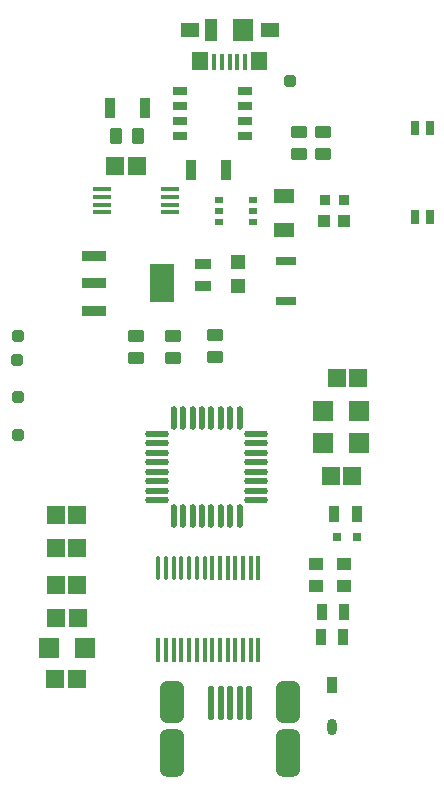
<source format=gtp>
G04*
G04 #@! TF.GenerationSoftware,Altium Limited,Altium Designer,19.0.15 (446)*
G04*
G04 Layer_Color=8421504*
%FSLAX44Y44*%
%MOMM*%
G71*
G01*
G75*
%ADD19R,1.3000X0.7000*%
%ADD20R,0.8001X0.5105*%
G04:AMPARAMS|DCode=21|XSize=1.016mm|YSize=1.016mm|CornerRadius=0.254mm|HoleSize=0mm|Usage=FLASHONLY|Rotation=90.000|XOffset=0mm|YOffset=0mm|HoleType=Round|Shape=RoundedRectangle|*
%AMROUNDEDRECTD21*
21,1,1.0160,0.5080,0,0,90.0*
21,1,0.5080,1.0160,0,0,90.0*
1,1,0.5080,0.2540,0.2540*
1,1,0.5080,0.2540,-0.2540*
1,1,0.5080,-0.2540,-0.2540*
1,1,0.5080,-0.2540,0.2540*
%
%ADD21ROUNDEDRECTD21*%
G04:AMPARAMS|DCode=22|XSize=1.56mm|YSize=0.4mm|CornerRadius=0.05mm|HoleSize=0mm|Usage=FLASHONLY|Rotation=0.000|XOffset=0mm|YOffset=0mm|HoleType=Round|Shape=RoundedRectangle|*
%AMROUNDEDRECTD22*
21,1,1.5600,0.3000,0,0,0.0*
21,1,1.4600,0.4000,0,0,0.0*
1,1,0.1000,0.7300,-0.1500*
1,1,0.1000,-0.7300,-0.1500*
1,1,0.1000,-0.7300,0.1500*
1,1,0.1000,0.7300,0.1500*
%
%ADD22ROUNDEDRECTD22*%
%ADD23R,0.9700X1.7300*%
%ADD24R,1.1000X1.0000*%
%ADD25R,0.8100X0.9300*%
G04:AMPARAMS|DCode=26|XSize=1mm|YSize=1.42mm|CornerRadius=0.125mm|HoleSize=0mm|Usage=FLASHONLY|Rotation=90.000|XOffset=0mm|YOffset=0mm|HoleType=Round|Shape=RoundedRectangle|*
%AMROUNDEDRECTD26*
21,1,1.0000,1.1700,0,0,90.0*
21,1,0.7500,1.4200,0,0,90.0*
1,1,0.2500,0.5850,0.3750*
1,1,0.2500,0.5850,-0.3750*
1,1,0.2500,-0.5850,-0.3750*
1,1,0.2500,-0.5850,0.3750*
%
%ADD26ROUNDEDRECTD26*%
G04:AMPARAMS|DCode=27|XSize=1mm|YSize=1.42mm|CornerRadius=0.125mm|HoleSize=0mm|Usage=FLASHONLY|Rotation=0.000|XOffset=0mm|YOffset=0mm|HoleType=Round|Shape=RoundedRectangle|*
%AMROUNDEDRECTD27*
21,1,1.0000,1.1700,0,0,0.0*
21,1,0.7500,1.4200,0,0,0.0*
1,1,0.2500,0.3750,-0.5850*
1,1,0.2500,-0.3750,-0.5850*
1,1,0.2500,-0.3750,0.5850*
1,1,0.2500,0.3750,0.5850*
%
%ADD27ROUNDEDRECTD27*%
%ADD28R,0.9200X1.3800*%
%ADD29R,1.3800X0.9200*%
%ADD30R,1.5046X1.5562*%
%ADD31R,2.1500X0.9500*%
%ADD32R,2.1500X3.2500*%
%ADD33R,0.7600X1.2700*%
%ADD34R,1.8200X1.2100*%
%ADD35R,1.6500X1.3000*%
%ADD36R,1.8000X1.9000*%
%ADD37R,1.0000X1.9000*%
%ADD38R,1.4250X1.5500*%
%ADD39R,0.4500X1.3800*%
G04:AMPARAMS|DCode=40|XSize=1.016mm|YSize=1.016mm|CornerRadius=0.254mm|HoleSize=0mm|Usage=FLASHONLY|Rotation=0.000|XOffset=0mm|YOffset=0mm|HoleType=Round|Shape=RoundedRectangle|*
%AMROUNDEDRECTD40*
21,1,1.0160,0.5080,0,0,0.0*
21,1,0.5080,1.0160,0,0,0.0*
1,1,0.5080,0.2540,-0.2540*
1,1,0.5080,-0.2540,-0.2540*
1,1,0.5080,-0.2540,0.2540*
1,1,0.5080,0.2540,0.2540*
%
%ADD40ROUNDEDRECTD40*%
%ADD41R,1.2000X1.2000*%
%ADD42R,0.8000X0.8000*%
%ADD43R,1.2500X1.1000*%
%ADD44R,1.7000X1.8000*%
G04:AMPARAMS|DCode=45|XSize=2.0819mm|YSize=0.35mm|CornerRadius=0.0875mm|HoleSize=0mm|Usage=FLASHONLY|Rotation=270.000|XOffset=0mm|YOffset=0mm|HoleType=Round|Shape=RoundedRectangle|*
%AMROUNDEDRECTD45*
21,1,2.0819,0.1750,0,0,270.0*
21,1,1.9069,0.3500,0,0,270.0*
1,1,0.1750,-0.0875,-0.9535*
1,1,0.1750,-0.0875,0.9535*
1,1,0.1750,0.0875,0.9535*
1,1,0.1750,0.0875,-0.9535*
%
%ADD45ROUNDEDRECTD45*%
%ADD46O,0.3500X2.0819*%
%ADD47R,0.8221X1.4082*%
G04:AMPARAMS|DCode=48|XSize=1.4082mm|YSize=0.8221mm|CornerRadius=0.4111mm|HoleSize=0mm|Usage=FLASHONLY|Rotation=270.000|XOffset=0mm|YOffset=0mm|HoleType=Round|Shape=RoundedRectangle|*
%AMROUNDEDRECTD48*
21,1,1.4082,0.0000,0,0,270.0*
21,1,0.5861,0.8221,0,0,270.0*
1,1,0.8221,0.0000,-0.2930*
1,1,0.8221,0.0000,0.2930*
1,1,0.8221,0.0000,0.2930*
1,1,0.8221,0.0000,-0.2930*
%
%ADD48ROUNDEDRECTD48*%
%ADD49R,1.7000X0.8000*%
G04:AMPARAMS|DCode=50|XSize=2.8mm|YSize=0.5mm|CornerRadius=0.125mm|HoleSize=0mm|Usage=FLASHONLY|Rotation=270.000|XOffset=0mm|YOffset=0mm|HoleType=Round|Shape=RoundedRectangle|*
%AMROUNDEDRECTD50*
21,1,2.8000,0.2500,0,0,270.0*
21,1,2.5500,0.5000,0,0,270.0*
1,1,0.2500,-0.1250,-1.2750*
1,1,0.2500,-0.1250,1.2750*
1,1,0.2500,0.1250,1.2750*
1,1,0.2500,0.1250,-1.2750*
%
%ADD50ROUNDEDRECTD50*%
G04:AMPARAMS|DCode=51|XSize=3.5mm|YSize=2.05mm|CornerRadius=0.5125mm|HoleSize=0mm|Usage=FLASHONLY|Rotation=270.000|XOffset=0mm|YOffset=0mm|HoleType=Round|Shape=RoundedRectangle|*
%AMROUNDEDRECTD51*
21,1,3.5000,1.0250,0,0,270.0*
21,1,2.4750,2.0500,0,0,270.0*
1,1,1.0250,-0.5125,-1.2375*
1,1,1.0250,-0.5125,1.2375*
1,1,1.0250,0.5125,1.2375*
1,1,1.0250,0.5125,-1.2375*
%
%ADD51ROUNDEDRECTD51*%
G04:AMPARAMS|DCode=52|XSize=4mm|YSize=2.05mm|CornerRadius=0.5125mm|HoleSize=0mm|Usage=FLASHONLY|Rotation=270.000|XOffset=0mm|YOffset=0mm|HoleType=Round|Shape=RoundedRectangle|*
%AMROUNDEDRECTD52*
21,1,4.0000,1.0250,0,0,270.0*
21,1,2.9750,2.0500,0,0,270.0*
1,1,1.0250,-0.5125,-1.4875*
1,1,1.0250,-0.5125,1.4875*
1,1,1.0250,0.5125,1.4875*
1,1,1.0250,0.5125,-1.4875*
%
%ADD52ROUNDEDRECTD52*%
G04:AMPARAMS|DCode=53|XSize=3.5mm|YSize=2.05mm|CornerRadius=0.5125mm|HoleSize=0mm|Usage=FLASHONLY|Rotation=270.000|XOffset=0mm|YOffset=0mm|HoleType=Round|Shape=RoundedRectangle|*
%AMROUNDEDRECTD53*
21,1,3.5000,1.0250,0,0,270.0*
21,1,2.4750,2.0500,0,0,270.0*
1,1,1.0250,-0.5125,-1.2375*
1,1,1.0250,-0.5125,1.2375*
1,1,1.0250,0.5125,1.2375*
1,1,1.0250,0.5125,-1.2375*
%
%ADD53ROUNDEDRECTD53*%
G04:AMPARAMS|DCode=54|XSize=0.5658mm|YSize=2.0044mm|CornerRadius=0.2829mm|HoleSize=0mm|Usage=FLASHONLY|Rotation=0.000|XOffset=0mm|YOffset=0mm|HoleType=Round|Shape=RoundedRectangle|*
%AMROUNDEDRECTD54*
21,1,0.5658,1.4386,0,0,0.0*
21,1,0.0000,2.0044,0,0,0.0*
1,1,0.5658,0.0000,-0.7193*
1,1,0.5658,0.0000,-0.7193*
1,1,0.5658,0.0000,0.7193*
1,1,0.5658,0.0000,0.7193*
%
%ADD54ROUNDEDRECTD54*%
G04:AMPARAMS|DCode=55|XSize=2.0044mm|YSize=0.5658mm|CornerRadius=0.2829mm|HoleSize=0mm|Usage=FLASHONLY|Rotation=0.000|XOffset=0mm|YOffset=0mm|HoleType=Round|Shape=RoundedRectangle|*
%AMROUNDEDRECTD55*
21,1,2.0044,0.0000,0,0,0.0*
21,1,1.4386,0.5658,0,0,0.0*
1,1,0.5658,0.7193,0.0000*
1,1,0.5658,-0.7193,0.0000*
1,1,0.5658,-0.7193,0.0000*
1,1,0.5658,0.7193,0.0000*
%
%ADD55ROUNDEDRECTD55*%
%ADD56O,2.0044X0.5658*%
D19*
X160612Y536341D02*
D03*
Y549041D02*
D03*
Y523641D02*
D03*
Y510941D02*
D03*
X105612Y536341D02*
D03*
Y549041D02*
D03*
Y523641D02*
D03*
Y510941D02*
D03*
D20*
X167975Y456594D02*
D03*
Y447196D02*
D03*
Y437798D02*
D03*
X139019D02*
D03*
Y447196D02*
D03*
Y456594D02*
D03*
D21*
X198543Y557262D02*
D03*
D22*
X97659Y465441D02*
D03*
Y458941D02*
D03*
Y452441D02*
D03*
Y445941D02*
D03*
X40059D02*
D03*
Y452441D02*
D03*
Y458941D02*
D03*
Y465441D02*
D03*
D23*
X46798Y533840D02*
D03*
X76398D02*
D03*
X115405Y481330D02*
D03*
X145005D02*
D03*
D24*
X227803Y438513D02*
D03*
X244803D02*
D03*
D25*
X244916Y456047D02*
D03*
X228716D02*
D03*
D26*
X206526Y514212D02*
D03*
Y495512D02*
D03*
X227269Y514292D02*
D03*
Y495592D02*
D03*
X135610Y323744D02*
D03*
Y342444D02*
D03*
X68547Y341301D02*
D03*
Y322601D02*
D03*
X99481Y341306D02*
D03*
Y322606D02*
D03*
D27*
X51768Y510879D02*
D03*
X70468D02*
D03*
D28*
X243894Y86664D02*
D03*
X224794D02*
D03*
X244767Y107733D02*
D03*
X225667D02*
D03*
X236616Y190823D02*
D03*
X255716D02*
D03*
D29*
X125206Y383292D02*
D03*
Y402392D02*
D03*
D30*
X51057Y485464D02*
D03*
X69072D02*
D03*
X18773Y189777D02*
D03*
X757D02*
D03*
X18424Y161333D02*
D03*
X408D02*
D03*
X233761Y222757D02*
D03*
X251777D02*
D03*
X256824Y305927D02*
D03*
X238808D02*
D03*
X18974Y130176D02*
D03*
X958D02*
D03*
X19155Y102668D02*
D03*
X1139D02*
D03*
X18301Y50640D02*
D03*
X285D02*
D03*
D31*
X32788Y408665D02*
D03*
Y385665D02*
D03*
Y362664D02*
D03*
D32*
X90788Y385665D02*
D03*
D33*
X304391Y517504D02*
D03*
X317091D02*
D03*
Y441604D02*
D03*
X304391D02*
D03*
D34*
X193844Y460044D02*
D03*
Y431044D02*
D03*
D35*
X181661Y600166D02*
D03*
X114161D02*
D03*
D36*
X159411D02*
D03*
D37*
X132411D02*
D03*
D38*
X172785Y574416D02*
D03*
X123036D02*
D03*
D39*
X160910Y573567D02*
D03*
X154411D02*
D03*
X147911D02*
D03*
X141410D02*
D03*
X134911D02*
D03*
D40*
X-31120Y341430D02*
D03*
X-31770Y257050D02*
D03*
X-30950Y289460D02*
D03*
X-31940Y320740D02*
D03*
D41*
X154635Y404151D02*
D03*
Y383151D02*
D03*
D42*
X238899Y171164D02*
D03*
X255398D02*
D03*
D43*
X220992Y148418D02*
D03*
X244492D02*
D03*
X244405Y129196D02*
D03*
X220905D02*
D03*
D44*
X227093Y251016D02*
D03*
X257593D02*
D03*
X226539Y277314D02*
D03*
X257040D02*
D03*
X-5420Y76691D02*
D03*
X25081D02*
D03*
D45*
X172060Y144720D02*
D03*
X165560D02*
D03*
X159060D02*
D03*
X152560D02*
D03*
X146060D02*
D03*
X139560D02*
D03*
X133060D02*
D03*
X87560Y75441D02*
D03*
X94060D02*
D03*
X100560D02*
D03*
X107060D02*
D03*
X113560D02*
D03*
X120060D02*
D03*
X126560D02*
D03*
X133060D02*
D03*
X139560D02*
D03*
X146060D02*
D03*
X152560D02*
D03*
X159060D02*
D03*
X165560D02*
D03*
X172060D02*
D03*
D46*
X126560Y144720D02*
D03*
X120060D02*
D03*
X113560D02*
D03*
X107060D02*
D03*
X100560D02*
D03*
X94060D02*
D03*
X87560D02*
D03*
D47*
X234425Y45346D02*
D03*
D48*
Y9746D02*
D03*
D49*
X195552Y404561D02*
D03*
Y370561D02*
D03*
D50*
X148364Y30689D02*
D03*
X164364D02*
D03*
X156364D02*
D03*
X132364D02*
D03*
X140364D02*
D03*
D51*
X197614Y30940D02*
D03*
D52*
Y-11561D02*
D03*
X99114D02*
D03*
D53*
Y30940D02*
D03*
D54*
X100420Y272113D02*
D03*
X108420D02*
D03*
X116420D02*
D03*
X124420D02*
D03*
X132420D02*
D03*
X140420D02*
D03*
X148420Y272113D02*
D03*
X156420Y272113D02*
D03*
Y188607D02*
D03*
X148420D02*
D03*
X140420D02*
D03*
X132420D02*
D03*
X124420D02*
D03*
X116420D02*
D03*
X108420D02*
D03*
X100420D02*
D03*
D55*
X170173Y258360D02*
D03*
Y250360D02*
D03*
Y242360D02*
D03*
Y234360D02*
D03*
Y226360D02*
D03*
Y218360D02*
D03*
X170173Y210360D02*
D03*
X170173Y202360D02*
D03*
X86667D02*
D03*
X86667Y210360D02*
D03*
X86667Y218360D02*
D03*
Y226360D02*
D03*
Y234360D02*
D03*
Y242360D02*
D03*
Y250360D02*
D03*
D56*
Y258360D02*
D03*
M02*

</source>
